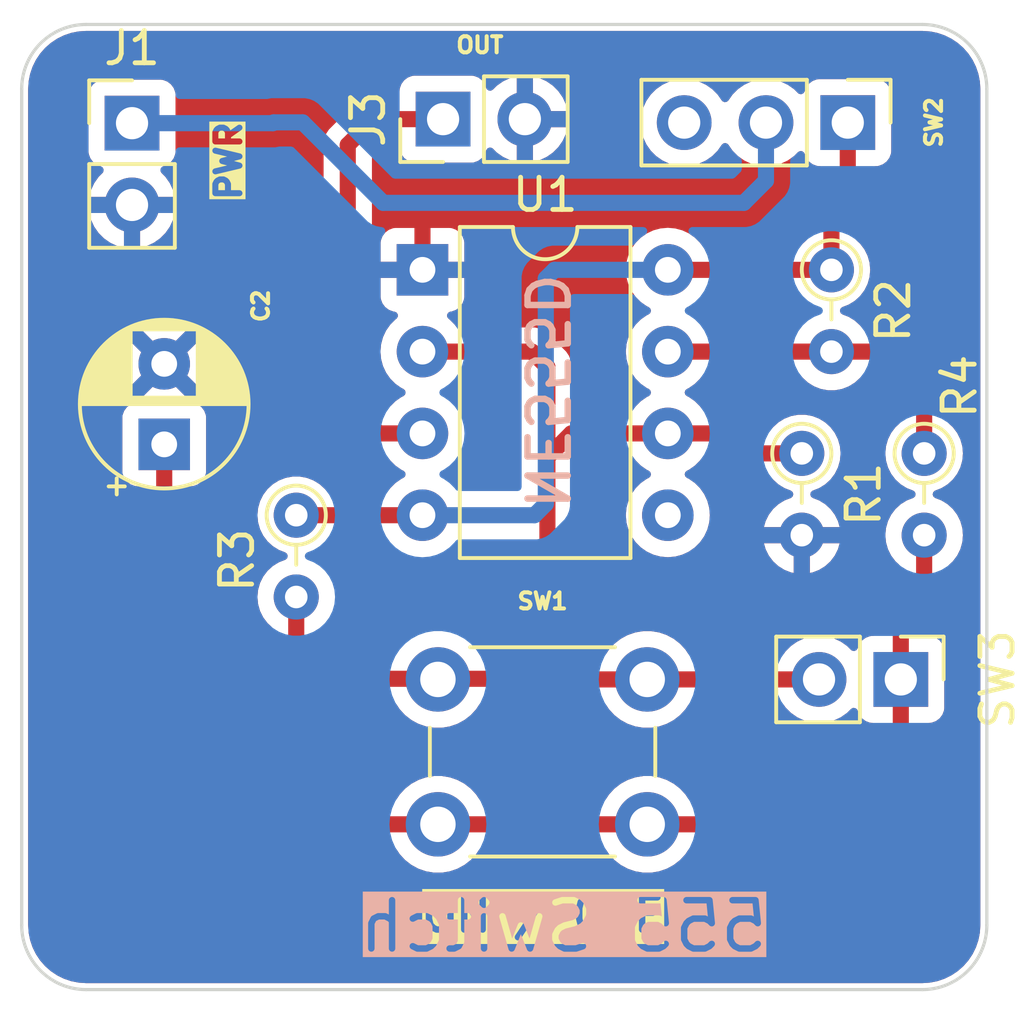
<source format=kicad_pcb>
(kicad_pcb (version 20240108) (generator "pcbnew") (generator_version "8.0")
  (layers (0 "F.Cu" signal) (31 "B.Cu" signal) (34 "B.Paste" user) (35 "F.Paste" user) (36 "B.SilkS" user "B.Silkscreen") (37 "F.SilkS" user "F.Silkscreen") (38 "B.Mask" user) (39 "F.Mask" user) (44 "Edge.Cuts" user))
  (net 0 "")
  (net 1 "Net-(C2-Pad1)")
  (net 2 "GND")
  (net 3 "Net-(U1-THR)")
  (net 4 "+3V3")
  (net 5 "Net-(U1-DIS)")
  (net 7 "Net-(J1-Pin_1)")
  (net 9 "Net-(J3-Pin_1)")
  (footprint "Capacitor_THT:CP_Radial_D5.0mm_P2.50mm" (layer "F.Cu") (at 113.9 99.4 90)
    (property "Reference" "C2" (at 4.3 3 -90) (layer "F.SilkS") (effects (font (size 0.5 0.5) (thickness 0.125))))
    (property "Value" "10uF")
    (fp_line (start 1.29 -2.58) (end 1.29 2.58) (stroke (width 0.12)) (layer "F.SilkS"))
    (fp_line (start 1.25 -2.58) (end 1.25 2.58) (stroke (width 0.12)) (layer "F.SilkS"))
    (fp_line (start 1.33 -2.579) (end 1.33 2.579) (stroke (width 0.12)) (layer "F.SilkS"))
    (fp_line (start 1.37 -2.578) (end 1.37 2.578) (stroke (width 0.12)) (layer "F.SilkS"))
    (fp_line (start 1.41 -2.576) (end 1.41 2.576) (stroke (width 0.12)) (layer "F.SilkS"))
    (fp_line (start 1.45 -2.573) (end 1.45 2.573) (stroke (width 0.12)) (layer "F.SilkS"))
    (fp_line (start 1.49 -2.569) (end 1.49 -1.04) (stroke (width 0.12)) (layer "F.SilkS"))
    (fp_line (start 1.53 -2.565) (end 1.53 -1.04) (stroke (width 0.12)) (layer "F.SilkS"))
    (fp_line (start 1.57 -2.561) (end 1.57 -1.04) (stroke (width 0.12)) (layer "F.SilkS"))
    (fp_line (start 1.61 -2.556) (end 1.61 -1.04) (stroke (width 0.12)) (layer "F.SilkS"))
    (fp_line (start 1.65 -2.55) (end 1.65 -1.04) (stroke (width 0.12)) (layer "F.SilkS"))
    (fp_line (start 1.69 -2.543) (end 1.69 -1.04) (stroke (width 0.12)) (layer "F.SilkS"))
    (fp_line (start 1.73 -2.536) (end 1.73 -1.04) (stroke (width 0.12)) (layer "F.SilkS"))
    (fp_line (start 1.77 -2.528) (end 1.77 -1.04) (stroke (width 0.12)) (layer "F.SilkS"))
    (fp_line (start 1.81 -2.52) (end 1.81 -1.04) (stroke (width 0.12)) (layer "F.SilkS"))
    (fp_line (start 1.85 -2.511) (end 1.85 -1.04) (stroke (width 0.12)) (layer "F.SilkS"))
    (fp_line (start 1.89 -2.501) (end 1.89 -1.04) (stroke (width 0.12)) (layer "F.SilkS"))
    (fp_line (start 1.93 -2.491) (end 1.93 -1.04) (stroke (width 0.12)) (layer "F.SilkS"))
    (fp_line (start 1.971 -2.48) (end 1.971 -1.04) (stroke (width 0.12)) (layer "F.SilkS"))
    (fp_line (start 2.011 -2.468) (end 2.011 -1.04) (stroke (width 0.12)) (layer "F.SilkS"))
    (fp_line (start 2.051 -2.455) (end 2.051 -1.04) (stroke (width 0.12)) (layer "F.SilkS"))
    (fp_line (start 2.091 -2.442) (end 2.091 -1.04) (stroke (width 0.12)) (layer "F.SilkS"))
    (fp_line (start 2.131 -2.428) (end 2.131 -1.04) (stroke (width 0.12)) (layer "F.SilkS"))
    (fp_line (start 2.171 -2.414) (end 2.171 -1.04) (stroke (width 0.12)) (layer "F.SilkS"))
    (fp_line (start 2.211 -2.398) (end 2.211 -1.04) (stroke (width 0.12)) (layer "F.SilkS"))
    (fp_line (start 2.251 -2.382) (end 2.251 -1.04) (stroke (width 0.12)) (layer "F.SilkS"))
    (fp_line (start 2.291 -2.365) (end 2.291 -1.04) (stroke (width 0.12)) (layer "F.SilkS"))
    (fp_line (start 2.331 -2.348) (end 2.331 -1.04) (stroke (width 0.12)) (layer "F.SilkS"))
    (fp_line (start 2.371 -2.329) (end 2.371 -1.04) (stroke (width 0.12)) (layer "F.SilkS"))
    (fp_line (start 2.411 -2.31) (end 2.411 -1.04) (stroke (width 0.12)) (layer "F.SilkS"))
    (fp_line (start 2.451 -2.29) (end 2.451 -1.04) (stroke (width 0.12)) (layer "F.SilkS"))
    (fp_line (start 2.491 -2.268) (end 2.491 -1.04) (stroke (width 0.12)) (layer "F.SilkS"))
    (fp_line (start 2.531 -2.247) (end 2.531 -1.04) (stroke (width 0.12)) (layer "F.SilkS"))
    (fp_line (start 2.571 -2.224) (end 2.571 -1.04) (stroke (width 0.12)) (layer "F.SilkS"))
    (fp_line (start 2.611 -2.2) (end 2.611 -1.04) (stroke (width 0.12)) (layer "F.SilkS"))
    (fp_line (start 2.651 -2.175) (end 2.651 -1.04) (stroke (width 0.12)) (layer "F.SilkS"))
    (fp_line (start 2.691 -2.149) (end 2.691 -1.04) (stroke (width 0.12)) (layer "F.SilkS"))
    (fp_line (start 2.731 -2.122) (end 2.731 -1.04) (stroke (width 0.12)) (layer "F.SilkS"))
    (fp_line (start 2.771 -2.095) (end 2.771 -1.04) (stroke (width 0.12)) (layer "F.SilkS"))
    (fp_line (start 2.811 -2.065) (end 2.811 -1.04) (stroke (width 0.12)) (layer "F.SilkS"))
    (fp_line (start 2.851 -2.035) (end 2.851 -1.04) (stroke (width 0.12)) (layer "F.SilkS"))
    (fp_line (start 2.891 -2.004) (end 2.891 -1.04) (stroke (width 0.12)) (layer "F.SilkS"))
    (fp_line (start 2.931 -1.971) (end 2.931 -1.04) (stroke (width 0.12)) (layer "F.SilkS"))
    (fp_line (start 2.971 -1.937) (end 2.971 -1.04) (stroke (width 0.12)) (layer "F.SilkS"))
    (fp_line (start 3.011 -1.901) (end 3.011 -1.04) (stroke (width 0.12)) (layer "F.SilkS"))
    (fp_line (start 3.051 -1.864) (end 3.051 -1.04) (stroke (width 0.12)) (layer "F.SilkS"))
    (fp_line (start 3.091 -1.826) (end 3.091 -1.04) (stroke (width 0.12)) (layer "F.SilkS"))
    (fp_line (start 3.131 -1.785) (end 3.131 -1.04) (stroke (width 0.12)) (layer "F.SilkS"))
    (fp_line (start 3.171 -1.743) (end 3.171 -1.04) (stroke (width 0.12)) (layer "F.SilkS"))
    (fp_line (start -1.304775 -1.725) (end -1.304775 -1.225) (stroke (width 0.12)) (layer "F.SilkS"))
    (fp_line (start 3.211 -1.699) (end 3.211 -1.04) (stroke (width 0.12)) (layer "F.SilkS"))
    (fp_line (start 3.251 -1.653) (end 3.251 -1.04) (stroke (width 0.12)) (layer "F.SilkS"))
    (fp_line (start 3.291 -1.605) (end 3.291 -1.04) (stroke (width 0.12)) (layer "F.SilkS"))
    (fp_line (start 3.331 -1.554) (end 3.331 -1.04) (stroke (width 0.12)) (layer "F.SilkS"))
    (fp_line (start 3.371 -1.5) (end 3.371 -1.04) (stroke (width 0.12)) (layer "F.SilkS"))
    (fp_line (start -1.554775 -1.475) (end -1.054775 -1.475) (stroke (width 0.12)) (layer "F.SilkS"))
    (fp_line (start 3.411 -1.443) (end 3.411 -1.04) (stroke (width 0.12)) (layer "F.SilkS"))
    (fp_line (start 3.451 -1.383) (end 3.451 -1.04) (stroke (width 0.12)) (layer "F.SilkS"))
    (fp_line (start 3.491 -1.319) (end 3.491 -1.04) (stroke (width 0.12)) (layer "F.SilkS"))
    (fp_line (start 3.531 -1.251) (end 3.531 -1.04) (stroke (width 0.12)) (layer "F.SilkS"))
    (fp_line (start 3.571 -1.178) (end 3.571 1.178) (stroke (width 0.12)) (layer "F.SilkS"))
    (fp_line (start 3.611 -1.098) (end 3.611 1.098) (stroke (width 0.12)) (layer "F.SilkS"))
    (fp_line (start 3.651 -1.011) (end 3.651 1.011) (stroke (width 0.12)) (layer "F.SilkS"))
    (fp_line (start 3.691 -0.915) (end 3.691 0.915) (stroke (width 0.12)) (layer "F.SilkS"))
    (fp_line (start 3.731 -0.805) (end 3.731 0.805) (stroke (width 0.12)) (layer "F.SilkS"))
    (fp_line (start 3.771 -0.677) (end 3.771 0.677) (stroke (width 0.12)) (layer "F.SilkS"))
    (fp_line (start 3.811 -0.518) (end 3.811 0.518) (stroke (width 0.12)) (layer "F.SilkS"))
    (fp_line (start 3.851 -0.284) (end 3.851 0.284) (stroke (width 0.12)) (layer "F.SilkS"))
    (fp_line (start 3.531 1.04) (end 3.531 1.251) (stroke (width 0.12)) (layer "F.SilkS"))
    (fp_line (start 3.491 1.04) (end 3.491 1.319) (stroke (width 0.12)) (layer "F.SilkS"))
    (fp_line (start 3.451 1.04) (end 3.451 1.383) (stroke (width 0.12)) (layer "F.SilkS"))
    (fp_line (start 3.411 1.04) (end 3.411 1.443) (stroke (width 0.12)) (layer "F.SilkS"))
    (fp_line (start 3.371 1.04) (end 3.371 1.5) (stroke (width 0.12)) (layer "F.SilkS"))
    (fp_line (start 3.331 1.04) (end 3.331 1.554) (stroke (width 0.12)) (layer "F.SilkS"))
    (fp_line (start 3.291 1.04) (end 3.291 1.605) (stroke (width 0.12)) (layer "F.SilkS"))
    (fp_line (start 3.251 1.04) (end 3.251 1.653) (stroke (width 0.12)) (layer "F.SilkS"))
    (fp_line (start 3.211 1.04) (end 3.211 1.699) (stroke (width 0.12)) (layer "F.SilkS"))
    (fp_line (start 3.171 1.04) (end 3.171 1.743) (stroke (width 0.12)) (layer "F.SilkS"))
    (fp_line (start 3.131 1.04) (end 3.131 1.785) (stroke (width 0.12)) (layer "F.SilkS"))
    (fp_line (start 3.091 1.04) (end 3.091 1.826) (stroke (width 0.12)) (layer "F.SilkS"))
    (fp_line (start 3.051 1.04) (end 3.051 1.864) (stroke (width 0.12)) (layer "F.SilkS"))
    (fp_line (start 3.011 1.04) (end 3.011 1.901) (stroke (width 0.12)) (layer "F.SilkS"))
    (fp_line (start 2.971 1.04) (end 2.971 1.937) (stroke (width 0.12)) (layer "F.SilkS"))
    (fp_line (start 2.931 1.04) (end 2.931 1.971) (stroke (width 0.12)) (layer "F.SilkS"))
    (fp_line (start 2.891 1.04) (end 2.891 2.004) (stroke (width 0.12)) (layer "F.SilkS"))
    (fp_line (start 2.851 1.04) (end 2.851 2.035) (stroke (width 0.12)) (layer "F.SilkS"))
    (fp_line (start 2.811 1.04) (end 2.811 2.065) (stroke (width 0.12)) (layer "F.SilkS"))
    (fp_line (start 2.771 1.04) (end 2.771 2.095) (stroke (width 0.12)) (layer "F.SilkS"))
    (fp_line (start 2.731 1.04) (end 2.731 2.122) (stroke (width 0.12)) (layer "F.SilkS"))
    (fp_line (start 2.691 1.04) (end 2.691 2.149) (stroke (width 0.12)) (layer "F.SilkS"))
    (fp_line (start 2.651 1.04) (end 2.651 2.175) (stroke (width 0.12)) (layer "F.SilkS"))
    (fp_line (start 2.611 1.04) (end 2.611 2.2) (stroke (width 0.12)) (layer "F.SilkS"))
    (fp_line (start 2.571 1.04) (end 2.571 2.224) (stroke (width 0.12)) (layer "F.SilkS"))
    (fp_line (start 2.531 1.04) (end 2.531 2.247) (stroke (width 0.12)) (layer "F.SilkS"))
    (fp_line (start 2.491 1.04) (end 2.491 2.268) (stroke (width 0.12)) (layer "F.SilkS"))
    (fp_line (start 2.451 1.04) (end 2.451 2.29) (stroke (width 0.12)) (layer "F.SilkS"))
    (fp_line (start 2.411 1.04) (end 2.411 2.31) (stroke (width 0.12)) (layer "F.SilkS"))
    (fp_line (start 2.371 1.04) (end 2.371 2.329) (stroke (width 0.12)) (layer "F.SilkS"))
    (fp_line (start 2.331 1.04) (end 2.331 2.348) (stroke (width 0.12)) (layer "F.SilkS"))
    (fp_line (start 2.291 1.04) (end 2.291 2.365) (stroke (width 0.12)) (layer "F.SilkS"))
    (fp_line (start 2.251 1.04) (end 2.251 2.382) (stroke (width 0.12)) (layer "F.SilkS"))
    (fp_line (start 2.211 1.04) (end 2.211 2.398) (stroke (width 0.12)) (layer "F.SilkS"))
    (fp_line (start 2.171 1.04) (end 2.171 2.414) (stroke (width 0.12)) (layer "F.SilkS"))
    (fp_line (start 2.131 1.04) (end 2.131 2.428) (stroke (width 0.12)) (layer "F.SilkS"))
    (fp_line (start 2.091 1.04) (end 2.091 2.442) (stroke (width 0.12)) (layer "F.SilkS"))
    (fp_line (start 2.051 1.04) (end 2.051 2.455) (stroke (width 0.12)) (layer "F.SilkS"))
    (fp_line (start 2.011 1.04) (end 2.011 2.468) (stroke (width 0.12)) (layer "F.SilkS"))
    (fp_line (start 1.971 1.04) (end 1.971 2.48) (stroke (width 0.12)) (layer "F.SilkS"))
    (fp_line (start 1.93 1.04) (end 1.93 2.491) (stroke (width 0.12)) (layer "F.SilkS"))
    (fp_line (start 1.89 1.04) (end 1.89 2.501) (stroke (width 0.12)) (layer "F.SilkS"))
    (fp_line (start 1.85 1.04) (end 1.85 2.511) (stroke (width 0.12)) (layer "F.SilkS"))
    (fp_line (start 1.81 1.04) (end 1.81 2.52) (stroke (width 0.12)) (layer "F.SilkS"))
    (fp_line (start 1.77 1.04) (end 1.77 2.528) (stroke (width 0.12)) (layer "F.SilkS"))
    (fp_line (start 1.73 1.04) (end 1.73 2.536) (stroke (width 0.12)) (layer "F.SilkS"))
    (fp_line (start 1.69 1.04) (end 1.69 2.543) (stroke (width 0.12)) (layer "F.SilkS"))
    (fp_line (start 1.65 1.04) (end 1.65 2.55) (stroke (width 0.12)) (layer "F.SilkS"))
    (fp_line (start 1.61 1.04) (end 1.61 2.556) (stroke (width 0.12)) (layer "F.SilkS"))
    (fp_line (start 1.57 1.04) (end 1.57 2.561) (stroke (width 0.12)) (layer "F.SilkS"))
    (fp_line (start 1.53 1.04) (end 1.53 2.565) (stroke (width 0.12)) (layer "F.SilkS"))
    (fp_line (start 1.49 1.04) (end 1.49 2.569) (stroke (width 0.12)) (layer "F.SilkS"))
    (fp_circle (center 1.25 0) (end 3.87 0) (stroke (width 0.12)) (fill none) (layer "F.SilkS"))
    (pad "1" thru_hole rect (at 0 0 90) (size 1.6 1.6) (drill 0.8) (layers "*.Cu" "*.Mask") (net 1 "Net-(C2-Pad1)"))
    (pad "2" thru_hole circle (at 2.5 0 90) (size 1.6 1.6) (drill 0.8) (layers "*.Cu" "*.Mask") (net 2 "GND"))
  )
  (footprint "Package_DIP:DIP-8_W7.62mm" (layer "F.Cu") (at 121.92 93.98)
    (property "Reference" "U1" (at 3.81 -2.33 0) (layer "F.SilkS"))
    (property "Value" "NE555D")
    (fp_line (start 1.16 -1.33) (end 1.16 8.95) (stroke (width 0.12)) (layer "F.SilkS"))
    (fp_line (start 1.16 8.95) (end 6.46 8.95) (stroke (width 0.12)) (layer "F.SilkS"))
    (fp_line (start 2.81 -1.33) (end 1.16 -1.33) (stroke (width 0.12)) (layer "F.SilkS"))
    (fp_line (start 6.46 -1.33) (end 4.81 -1.33) (stroke (width 0.12)) (layer "F.SilkS"))
    (fp_line (start 6.46 8.95) (end 6.46 -1.33) (stroke (width 0.12)) (layer "F.SilkS"))
    (fp_arc (start 4.81 -1.33) (mid 3.81 -0.33) (end 2.81 -1.33) (stroke (width 0.12)) (layer "F.SilkS"))
    (pad "1" thru_hole rect (at 0 0) (size 1.6 1.6) (drill 0.8) (layers "*.Cu" "*.Mask") (net 2 "GND"))
    (pad "2" thru_hole oval (at 0 2.54) (size 1.6 1.6) (drill 0.8) (layers "*.Cu" "*.Mask") (net 3 "Net-(U1-THR)"))
    (pad "3" thru_hole oval (at 0 5.08) (size 1.6 1.6) (drill 0.8) (layers "*.Cu" "*.Mask") (net 9 "Net-(J3-Pin_1)"))
    (pad "4" thru_hole oval (at 0 7.62) (size 1.6 1.6) (drill 0.8) (layers "*.Cu" "*.Mask") (net 4 "+3V3"))
    (pad "5" thru_hole oval (at 7.62 7.62) (size 1.6 1.6) (drill 0.8) (layers "*.Cu" "*.Mask"))
    (pad "6" thru_hole oval (at 7.62 5.08) (size 1.6 1.6) (drill 0.8) (layers "*.Cu" "*.Mask") (net 3 "Net-(U1-THR)"))
    (pad "7" thru_hole oval (at 7.62 2.54) (size 1.6 1.6) (drill 0.8) (layers "*.Cu" "*.Mask") (net 5 "Net-(U1-DIS)"))
    (pad "8" thru_hole oval (at 7.62 0) (size 1.6 1.6) (drill 0.8) (layers "*.Cu" "*.Mask") (net 4 "+3V3"))
  )
  (footprint "Resistor_THT:R_Axial_DIN0204_L3.6mm_D1.6mm_P2.54mm_Vertical" (layer "F.Cu") (at 137.5 99.68 -90)
    (property "Reference" "R4" (at -2.08 -1.1 90) (layer "F.SilkS"))
    (property "Value" "10k")
    (fp_line (start 0.92 0) (end 1.54 0) (stroke (width 0.12)) (layer "F.SilkS"))
    (fp_circle (center 0 0) (end 0.92 0) (stroke (width 0.12)) (fill none) (layer "F.SilkS"))
    (pad "1" thru_hole circle (at 0 0 270) (size 1.4 1.4) (drill 0.7) (layers "*.Cu" "*.Mask") (net 5 "Net-(U1-DIS)"))
    (pad "2" thru_hole oval (at 2.54 0 270) (size 1.4 1.4) (drill 0.7) (layers "*.Cu" "*.Mask") (net 1 "Net-(C2-Pad1)"))
  )
  (footprint "Connector_PinHeader_2.54mm:PinHeader_1x02_P2.54mm_Vertical" (layer "F.Cu") (at 112.9 89.425)
    (property "Reference" "J1" (at 0 -2.33 0) (layer "F.SilkS"))
    (property "Value" "3V3")
    (fp_line (start -1.33 -1.33) (end 0 -1.33) (stroke (width 0.12)) (layer "F.SilkS"))
    (fp_line (start -1.33 0) (end -1.33 -1.33) (stroke (width 0.12)) (layer "F.SilkS"))
    (fp_line (start -1.33 1.27) (end -1.33 3.87) (stroke (width 0.12)) (layer "F.SilkS"))
    (fp_line (start -1.33 1.27) (end 1.33 1.27) (stroke (width 0.12)) (layer "F.SilkS"))
    (fp_line (start -1.33 3.87) (end 1.33 3.87) (stroke (width 0.12)) (layer "F.SilkS"))
    (fp_line (start 1.33 1.27) (end 1.33 3.87) (stroke (width 0.12)) (layer "F.SilkS"))
    (pad "1" thru_hole rect (at 0 0) (size 1.7 1.7) (drill 1) (layers "*.Cu" "*.Mask") (net 7 "Net-(J1-Pin_1)"))
    (pad "2" thru_hole oval (at 0 2.54) (size 1.7 1.7) (drill 1) (layers "*.Cu" "*.Mask") (net 2 "GND"))
  )
  (footprint "Connector_PinHeader_2.54mm:PinHeader_1x03_P2.54mm_Vertical" (layer "F.Cu") (at 135.128 89.408 -90)
    (property "Reference" "SW2" (at -0.008 -2.672 90) (layer "F.SilkS") (effects (font (size 0.5 0.5) (thickness 0.125))))
    (property "Value" "SW_SPDT")
    (fp_line (start -1.33 6.41) (end 1.33 6.41) (stroke (width 0.12)) (layer "F.SilkS"))
    (fp_line (start -1.33 1.27) (end -1.33 6.41) (stroke (width 0.12)) (layer "F.SilkS"))
    (fp_line (start -1.33 1.27) (end 1.33 1.27) (stroke (width 0.12)) (layer "F.SilkS"))
    (fp_line (start 1.33 1.27) (end 1.33 6.41) (stroke (width 0.12)) (layer "F.SilkS"))
    (fp_line (start -1.33 0) (end -1.33 -1.33) (stroke (width 0.12)) (layer "F.SilkS"))
    (fp_line (start -1.33 -1.33) (end 0 -1.33) (stroke (width 0.12)) (layer "F.SilkS"))
    (pad "1" thru_hole rect (at 0 0 270) (size 1.7 1.7) (drill 1) (layers "*.Cu" "*.Mask") (net 4 "+3V3"))
    (pad "2" thru_hole oval (at 0 2.54 270) (size 1.7 1.7) (drill 1) (layers "*.Cu" "*.Mask") (net 7 "Net-(J1-Pin_1)"))
    (pad "3" thru_hole oval (at 0 5.08 270) (size 1.7 1.7) (drill 1) (layers "*.Cu" "*.Mask"))
  )
  (footprint "Resistor_THT:R_Axial_DIN0204_L3.6mm_D1.6mm_P2.54mm_Vertical" (layer "F.Cu") (at 133.7 99.68 -90)
    (property "Reference" "R1" (at 1.27 -1.92 90) (layer "F.SilkS"))
    (property "Value" "10k")
    (fp_line (start 0.92 0) (end 1.54 0) (stroke (width 0.12)) (layer "F.SilkS"))
    (fp_circle (center 0 0) (end 0.92 0) (stroke (width 0.12)) (fill none) (layer "F.SilkS"))
    (pad "1" thru_hole circle (at 0 0 270) (size 1.4 1.4) (drill 0.7) (layers "*.Cu" "*.Mask") (net 3 "Net-(U1-THR)"))
    (pad "2" thru_hole oval (at 2.54 0 270) (size 1.4 1.4) (drill 0.7) (layers "*.Cu" "*.Mask") (net 2 "GND"))
  )
  (footprint "Resistor_THT:R_Axial_DIN0204_L3.6mm_D1.6mm_P2.54mm_Vertical" (layer "F.Cu") (at 134.62 93.98 -90)
    (property "Reference" "R2" (at 1.27 -1.92 90) (layer "F.SilkS"))
    (property "Value" "10k")
    (fp_line (start 0.92 0) (end 1.54 0) (stroke (width 0.12)) (layer "F.SilkS"))
    (fp_circle (center 0 0) (end 0.92 0) (stroke (width 0.12)) (fill none) (layer "F.SilkS"))
    (pad "1" thru_hole circle (at 0 0 270) (size 1.4 1.4) (drill 0.7) (layers "*.Cu" "*.Mask") (net 4 "+3V3"))
    (pad "2" thru_hole oval (at 2.54 0 270) (size 1.4 1.4) (drill 0.7) (layers "*.Cu" "*.Mask") (net 5 "Net-(U1-DIS)"))
  )
  (footprint "Connector_PinHeader_2.54mm:PinHeader_1x02_P2.54mm_Vertical" (layer "F.Cu") (at 122.56 89.3 90)
    (property "Reference" "J3" (at 0 -2.33 -90) (layer "F.SilkS"))
    (property "Value" "OUT")
    (fp_line (start -1.33 -1.33) (end 0 -1.33) (stroke (width 0.12)) (layer "F.SilkS"))
    (fp_line (start -1.33 0) (end -1.33 -1.33) (stroke (width 0.12)) (layer "F.SilkS"))
    (fp_line (start 1.33 1.27) (end 1.33 3.87) (stroke (width 0.12)) (layer "F.SilkS"))
    (fp_line (start -1.33 1.27) (end 1.33 1.27) (stroke (width 0.12)) (layer "F.SilkS"))
    (fp_line (start -1.33 1.27) (end -1.33 3.87) (stroke (width 0.12)) (layer "F.SilkS"))
    (fp_line (start -1.33 3.87) (end 1.33 3.87) (stroke (width 0.12)) (layer "F.SilkS"))
    (pad "1" thru_hole rect (at 0 0 90) (size 1.7 1.7) (drill 1) (layers "*.Cu" "*.Mask") (net 9 "Net-(J3-Pin_1)"))
    (pad "2" thru_hole oval (at 0 2.54 90) (size 1.7 1.7) (drill 1) (layers "*.Cu" "*.Mask") (net 2 "GND"))
  )
  (footprint "Connector_PinHeader_2.54mm:PinHeader_1x02_P2.54mm_Vertical" (layer "F.Cu") (at 136.775 106.7 -90)
    (property "Reference" "SW3" (at 0 -3 90) (layer "F.SilkS"))
    (property "Value" "SW_Reed")
    (fp_line (start -1.33 3.87) (end 1.33 3.87) (stroke (width 0.12)) (layer "F.SilkS"))
    (fp_line (start -1.33 1.27) (end -1.33 3.87) (stroke (width 0.12)) (layer "F.SilkS"))
    (fp_line (start -1.33 1.27) (end 1.33 1.27) (stroke (width 0.12)) (layer "F.SilkS"))
    (fp_line (start 1.33 1.27) (end 1.33 3.87) (stroke (width 0.12)) (layer "F.SilkS"))
    (fp_line (start -1.33 0) (end -1.33 -1.33) (stroke (width 0.12)) (layer "F.SilkS"))
    (fp_line (start -1.33 -1.33) (end 0 -1.33) (stroke (width 0.12)) (layer "F.SilkS"))
    (pad "1" thru_hole rect (at 0 0 270) (size 1.7 1.7) (drill 1) (layers "*.Cu" "*.Mask") (net 1 "Net-(C2-Pad1)"))
    (pad "2" thru_hole oval (at 0 2.54 270) (size 1.7 1.7) (drill 1) (layers "*.Cu" "*.Mask") (net 3 "Net-(U1-THR)"))
  )
  (footprint "Resistor_THT:R_Axial_DIN0204_L3.6mm_D1.6mm_P2.54mm_Vertical" (layer "F.Cu") (at 118 101.6 -90)
    (property "Reference" "R3" (at 1.4 1.84 90) (layer "F.SilkS"))
    (property "Value" "10k")
    (fp_line (start 0.92 0) (end 1.54 0) (stroke (width 0.12)) (layer "F.SilkS"))
    (fp_circle (center 0 0) (end 0.92 0) (stroke (width 0.12)) (fill none) (layer "F.SilkS"))
    (pad "1" thru_hole circle (at 0 0 270) (size 1.4 1.4) (drill 0.7) (layers "*.Cu" "*.Mask") (net 4 "+3V3"))
    (pad "2" thru_hole oval (at 2.54 0 270) (size 1.4 1.4) (drill 0.7) (layers "*.Cu" "*.Mask") (net 3 "Net-(U1-THR)"))
  )
  (footprint "Button_Switch_THT:SW_PUSH_6mm" (layer "F.Cu") (at 122.4 106.7)
    (property "Reference" "SW1" (at 3.25 -2.43 0) (layer "F.SilkS") (effects (font (size 0.5 0.5) (thickness 0.125))))
    (property "Value" "SW_Push")
    (fp_line (start -0.25 1.5) (end -0.25 3) (stroke (width 0.12)) (layer "F.SilkS"))
    (fp_line (start 1 5.5) (end 5.5 5.5) (stroke (width 0.12)) (layer "F.SilkS"))
    (fp_line (start 5.5 -1) (end 1 -1) (stroke (width 0.12)) (layer "F.SilkS"))
    (fp_line (start 6.75 3) (end 6.75 1.5) (stroke (width 0.12)) (layer "F.SilkS"))
    (pad "1" thru_hole circle (at 0 0 90) (size 2 2) (drill 1.1) (layers "*.Cu" "*.Mask") (net 3 "Net-(U1-THR)"))
    (pad "1" thru_hole circle (at 6.5 0 90) (size 2 2) (drill 1.1) (layers "*.Cu" "*.Mask") (net 3 "Net-(U1-THR)"))
    (pad "2" thru_hole circle (at 0 4.5 90) (size 2 2) (drill 1.1) (layers "*.Cu" "*.Mask") (net 1 "Net-(C2-Pad1)"))
    (pad "2" thru_hole circle (at 6.5 4.5 90) (size 2 2) (drill 1.1) (layers "*.Cu" "*.Mask") (net 1 "Net-(C2-Pad1)"))
  )
  (gr_line (start 139.446 88.36) (end 139.446 114.332) (stroke (width 0.1)) (layer "Edge.Cuts"))
  (gr_line (start 109.474 114.332) (end 109.474 88.36) (stroke (width 0.1)) (layer "Edge.Cuts"))
  (gr_arc (start 139.446 114.332) (mid 138.860214 115.746214) (end 137.446 116.332) (stroke (width 0.1)) (layer "Edge.Cuts"))
  (gr_arc (start 109.474 88.36) (mid 110.059786 86.945786) (end 111.474 86.36) (stroke (width 0.1)) (layer "Edge.Cuts"))
  (gr_line (start 111.474 86.36) (end 137.446 86.36) (stroke (width 0.1)) (layer "Edge.Cuts"))
  (gr_arc (start 111.474 116.332) (mid 110.059786 115.746214) (end 109.474 114.332) (stroke (width 0.1)) (layer "Edge.Cuts"))
  (gr_line (start 137.446 116.332) (end 111.474 116.332) (stroke (width 0.1)) (layer "Edge.Cuts"))
  (gr_arc (start 137.446 86.36) (mid 138.860214 86.945786) (end 139.446 88.36) (stroke (width 0.1)) (layer "Edge.Cuts"))
  (gr_text "NE555D" (at 125.75 97.75 270) (layer "B.SilkS") (effects (font (size 1.25 1.25) (thickness 0.2) (bold yes)) (justify mirror)))
  (gr_text "555 Switch" (at 132.75 115.25 0) (layer "B.SilkS" knockout) (effects (font (size 1.5 1.5) (thickness 0.2) (bold yes)) (justify left bottom mirror)))
  (gr_text "PWR" (at 115.9 90.6 90) (layer "F.SilkS" knockout) (effects (font (size 0.75 0.75) (thickness 0.1875) (bold yes))))
  (gr_text "ON / OFF" (at 121.8 114.6 0) (layer "F.SilkS" knockout) (effects (font (size 1 1) (thickness 0.2) (bold yes)) (justify left bottom)))
  (gr_text "OUT" (at 123.7 87 0) (layer "F.SilkS") (effects (font (size 0.5 0.5) (thickness 0.125) (bold yes))))
  (segment (start 137.5 103.9) (end 137.5 102.22) (width 0.5) (layer "F.Cu") (net 1))
  (segment (start 136.775 110.525) (end 136.775 106.7) (width 0.5) (layer "F.Cu") (net 1))
  (segment (start 136.775 106.7) (end 136.775 104.625) (width 0.5) (layer "F.Cu") (net 1))
  (segment (start 114.8 111.2) (end 122.4 111.2) (width 0.5) (layer "F.Cu") (net 1))
  (segment (start 136.775 104.625) (end 137.5 103.9) (width 0.5) (layer "F.Cu") (net 1))
  (segment (start 113.9 99.4) (end 113.9 110.3) (width 0.5) (layer "F.Cu") (net 1))
  (segment (start 113.9 110.3) (end 114.8 111.2) (width 0.5) (layer "F.Cu") (net 1))
  (segment (start 128.9 111.2) (end 136.1 111.2) (width 0.5) (layer "F.Cu") (net 1))
  (segment (start 136.1 111.2) (end 136.775 110.525) (width 0.5) (layer "F.Cu") (net 1))
  (segment (start 122.4 111.2) (end 128.9 111.2) (width 0.5) (layer "F.Cu") (net 1))
  (segment (start 118 105.9) (end 118 104.14) (width 0.5) (layer "F.Cu") (net 3))
  (segment (start 128.9 106.7) (end 134.235 106.7) (width 0.5) (layer "F.Cu") (net 3))
  (segment (start 125.8 99.8) (end 125.8 106.08) (width 0.5) (layer "F.Cu") (net 3))
  (segment (start 125.8 97) (end 125.8 99.8) (width 0.5) (layer "F.Cu") (net 3))
  (segment (start 129.54 99.06) (end 126.54 99.06) (width 0.5) (layer "F.Cu") (net 3))
  (segment (start 125.8 106.08) (end 125.2 106.68) (width 0.5) (layer "F.Cu") (net 3))
  (segment (start 118.78 106.68) (end 118 105.9) (width 0.5) (layer "F.Cu") (net 3))
  (segment (start 131.88 99.68) (end 133.7 99.68) (width 0.5) (layer "F.Cu") (net 3))
  (segment (start 129.54 99.06) (end 131.26 99.06) (width 0.5) (layer "F.Cu") (net 3))
  (segment (start 127.29 106.68) (end 127.31 106.7) (width 0.5) (layer "F.Cu") (net 3))
  (segment (start 127.31 106.7) (end 128.9 106.7) (width 0.5) (layer "F.Cu") (net 3))
  (segment (start 125.32 96.52) (end 125.8 97) (width 0.5) (layer "F.Cu") (net 3))
  (segment (start 125.2 106.68) (end 118.78 106.68) (width 0.5) (layer "F.Cu") (net 3))
  (segment (start 121.92 96.52) (end 125.32 96.52) (width 0.5) (layer "F.Cu") (net 3))
  (segment (start 125.2 106.68) (end 127.29 106.68) (width 0.5) (layer "F.Cu") (net 3))
  (segment (start 131.26 99.06) (end 131.88 99.68) (width 0.5) (layer "F.Cu") (net 3))
  (segment (start 126.54 99.06) (end 125.8 99.8) (width 0.5) (layer "F.Cu") (net 3))
  (segment (start 129.54 93.98) (end 134.62 93.98) (width 0.5) (layer "F.Cu") (net 4))
  (segment (start 134.62 92.13) (end 135.128 91.622) (width 0.5) (layer "F.Cu") (net 4))
  (segment (start 118 101.6) (end 121.92 101.6) (width 0.5) (layer "F.Cu") (net 4))
  (segment (start 134.62 93.98) (end 134.62 92.13) (width 0.5) (layer "F.Cu") (net 4))
  (segment (start 135.128 91.622) (end 135.128 89.408) (width 0.5) (layer "F.Cu") (net 4))
  (segment (start 125.75 94.25) (end 126.02 93.98) (width 0.5) (layer "B.Cu") (net 4))
  (segment (start 125.4 101.6) (end 125.75 101.25) (width 0.5) (layer "B.Cu") (net 4))
  (segment (start 125.75 101.25) (end 125.75 94.25) (width 0.5) (layer "B.Cu") (net 4))
  (segment (start 121.92 101.6) (end 125.4 101.6) (width 0.5) (layer "B.Cu") (net 4))
  (segment (start 126.02 93.98) (end 129.54 93.98) (width 0.5) (layer "B.Cu") (net 4))
  (segment (start 129.54 96.52) (end 134.62 96.52) (width 0.5) (layer "F.Cu") (net 5))
  (segment (start 137.5 97.4) (end 137.5 99.68) (width 0.5) (layer "F.Cu") (net 5))
  (segment (start 136.62 96.52) (end 137.5 97.4) (width 0.5) (layer "F.Cu") (net 5))
  (segment (start 134.62 96.52) (end 136.62 96.52) (width 0.5) (layer "F.Cu") (net 5))
  (segment (start 132.588 89.408) (end 132.588 91.212) (width 0.5) (layer "B.Cu") (net 7))
  (segment (start 118.2 89.4) (end 117.3 89.4) (width 0.5) (layer "B.Cu") (net 7))
  (segment (start 132.588 91.212) (end 131.9 91.9) (width 0.5) (layer "B.Cu") (net 7))
  (segment (start 117.275 89.425) (end 112.9 89.425) (width 0.5) (layer "B.Cu") (net 7))
  (segment (start 131.9 91.9) (end 120.7 91.9) (width 0.5) (layer "B.Cu") (net 7))
  (segment (start 120.7 91.9) (end 118.2 89.4) (width 0.5) (layer "B.Cu") (net 7))
  (segment (start 117.3 89.4) (end 117.275 89.425) (width 0.5) (layer "B.Cu") (net 7))
  (segment (start 121.92 99.06) (end 120.56 99.06) (width 0.5) (layer "F.Cu") (net 9))
  (segment (start 120.4 89.3) (end 122.56 89.3) (width 0.5) (layer "F.Cu") (net 9))
  (segment (start 120.56 99.06) (end 119.6 98.1) (width 0.5) (layer "F.Cu") (net 9))
  (segment (start 119.6 90.1) (end 120.4 89.3) (width 0.5) (layer "F.Cu") (net 9))
  (segment (start 119.6 98.1) (end 119.6 90.1) (width 0.5) (layer "F.Cu") (net 9))
  (zone (net 2) (net_name "GND") (layer "F.Cu") (priority 1) (connect_pads (clearance 0.5)) (min_thickness 0.25) (fill yes (thermal_gap 0.5) (thermal_bridge_width 0.5))
    (polygon (pts (xy 109 85.6) (xy 139.8 85.6) (xy 139.8 116.9) (xy 108.8 117)))
  )
  (zone (net 2) (net_name "GND") (layer "B.Cu") (connect_pads (clearance 0.5)) (min_thickness 0.25) (fill yes (thermal_gap 0.5) (thermal_bridge_width 0.5))
    (polygon (pts (xy 109 85.7) (xy 139.8 85.7) (xy 139.8 116.9) (xy 108.9 116.9)))
  )
)
</source>
